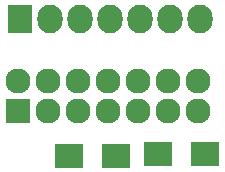
<source format=gts>
G04 #@! TF.FileFunction,Soldermask,Top*
%FSLAX46Y46*%
G04 Gerber Fmt 4.6, Leading zero omitted, Abs format (unit mm)*
G04 Created by KiCad (PCBNEW 4.0.6) date 03/16/18 17:04:15*
%MOMM*%
%LPD*%
G01*
G04 APERTURE LIST*
%ADD10C,0.100000*%
%ADD11R,2.127200X2.127200*%
%ADD12O,2.127200X2.127200*%
%ADD13R,2.127200X2.432000*%
%ADD14O,2.127200X2.432000*%
%ADD15R,2.400000X2.100000*%
G04 APERTURE END LIST*
D10*
D11*
X107289600Y-73101200D03*
D12*
X107289600Y-70561200D03*
X109829600Y-73101200D03*
X109829600Y-70561200D03*
X112369600Y-73101200D03*
X112369600Y-70561200D03*
X114909600Y-73101200D03*
X114909600Y-70561200D03*
X117449600Y-73101200D03*
X117449600Y-70561200D03*
X119989600Y-73101200D03*
X119989600Y-70561200D03*
X122529600Y-73101200D03*
X122529600Y-70561200D03*
D13*
X107492800Y-65278000D03*
D14*
X110032800Y-65278000D03*
X112572800Y-65278000D03*
X115112800Y-65278000D03*
X117652800Y-65278000D03*
X120192800Y-65278000D03*
X122732800Y-65278000D03*
D15*
X115588800Y-76860400D03*
X111588800Y-76860400D03*
X123158000Y-76758800D03*
X119158000Y-76758800D03*
M02*

</source>
